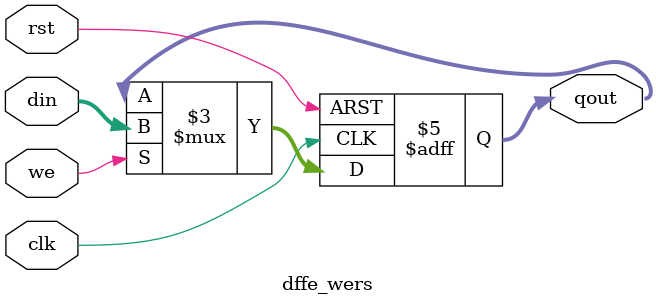
<source format=v>
/* This module implements a Width bit DFFE
 with Write Enable and Reset signals
 */
module dffe_wers #(parameter Width = 32)
                  (input we,                    // write enable
                   input [Width-1:0] din,       // data in
                   output reg [Width-1:0] qout, // data out
                   input clk,                   // clock
                   input rst);                  // async reset
    initial begin
        qout <= {Width{1'b0}};
    end
    always @(posedge clk or posedge rst) begin
        if (rst) begin
            qout <= {Width{1'b0}};
        end else if (we) begin
            qout <= din;
        end
    end
endmodule

</source>
